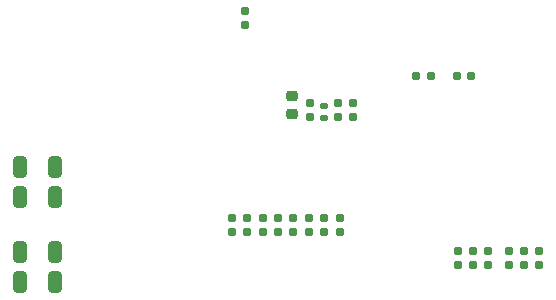
<source format=gbr>
%TF.GenerationSoftware,KiCad,Pcbnew,(6.0.8)*%
%TF.CreationDate,2024-11-24T14:12:11+01:00*%
%TF.ProjectId,WHEEL-07,57484545-4c2d-4303-972e-6b696361645f,rev?*%
%TF.SameCoordinates,Original*%
%TF.FileFunction,Paste,Bot*%
%TF.FilePolarity,Positive*%
%FSLAX46Y46*%
G04 Gerber Fmt 4.6, Leading zero omitted, Abs format (unit mm)*
G04 Created by KiCad (PCBNEW (6.0.8)) date 2024-11-24 14:12:11*
%MOMM*%
%LPD*%
G01*
G04 APERTURE LIST*
G04 Aperture macros list*
%AMRoundRect*
0 Rectangle with rounded corners*
0 $1 Rounding radius*
0 $2 $3 $4 $5 $6 $7 $8 $9 X,Y pos of 4 corners*
0 Add a 4 corners polygon primitive as box body*
4,1,4,$2,$3,$4,$5,$6,$7,$8,$9,$2,$3,0*
0 Add four circle primitives for the rounded corners*
1,1,$1+$1,$2,$3*
1,1,$1+$1,$4,$5*
1,1,$1+$1,$6,$7*
1,1,$1+$1,$8,$9*
0 Add four rect primitives between the rounded corners*
20,1,$1+$1,$2,$3,$4,$5,0*
20,1,$1+$1,$4,$5,$6,$7,0*
20,1,$1+$1,$6,$7,$8,$9,0*
20,1,$1+$1,$8,$9,$2,$3,0*%
G04 Aperture macros list end*
%ADD10RoundRect,0.225000X-0.250000X0.225000X-0.250000X-0.225000X0.250000X-0.225000X0.250000X0.225000X0*%
%ADD11RoundRect,0.155000X-0.155000X0.212500X-0.155000X-0.212500X0.155000X-0.212500X0.155000X0.212500X0*%
%ADD12RoundRect,0.155000X0.155000X-0.212500X0.155000X0.212500X-0.155000X0.212500X-0.155000X-0.212500X0*%
%ADD13RoundRect,0.250000X0.325000X0.650000X-0.325000X0.650000X-0.325000X-0.650000X0.325000X-0.650000X0*%
%ADD14RoundRect,0.160000X0.197500X0.160000X-0.197500X0.160000X-0.197500X-0.160000X0.197500X-0.160000X0*%
%ADD15RoundRect,0.160000X-0.160000X0.197500X-0.160000X-0.197500X0.160000X-0.197500X0.160000X0.197500X0*%
%ADD16RoundRect,0.160000X-0.197500X-0.160000X0.197500X-0.160000X0.197500X0.160000X-0.197500X0.160000X0*%
%ADD17RoundRect,0.160000X0.160000X-0.197500X0.160000X0.197500X-0.160000X0.197500X-0.160000X-0.197500X0*%
%ADD18RoundRect,0.147500X-0.172500X0.147500X-0.172500X-0.147500X0.172500X-0.147500X0.172500X0.147500X0*%
G04 APERTURE END LIST*
D10*
%TO.C,C33*%
X174650400Y-67842800D03*
X174650400Y-69392800D03*
%TD*%
D11*
%TO.C,C23*%
X188722000Y-80966500D03*
X188722000Y-82101500D03*
%TD*%
D12*
%TO.C,C27*%
X172219256Y-79307500D03*
X172219256Y-78172500D03*
%TD*%
D13*
%TO.C,C12*%
X154635000Y-73830000D03*
X151685000Y-73830000D03*
%TD*%
%TO.C,C10*%
X154635000Y-83600000D03*
X151685000Y-83600000D03*
%TD*%
D14*
%TO.C,R2*%
X189878300Y-66141600D03*
X188683300Y-66141600D03*
%TD*%
D12*
%TO.C,C32*%
X173518284Y-79307500D03*
X173518284Y-78172500D03*
%TD*%
%TO.C,C8*%
X178612800Y-69587300D03*
X178612800Y-68452300D03*
%TD*%
D15*
%TO.C,R13*%
X195580000Y-80936500D03*
X195580000Y-82131500D03*
%TD*%
D12*
%TO.C,C30*%
X177415368Y-79307500D03*
X177415368Y-78172500D03*
%TD*%
D13*
%TO.C,C15*%
X154615000Y-81030000D03*
X151665000Y-81030000D03*
%TD*%
D15*
%TO.C,R15*%
X194310000Y-80936500D03*
X194310000Y-82131500D03*
%TD*%
D16*
%TO.C,R3*%
X185228900Y-66141600D03*
X186423900Y-66141600D03*
%TD*%
D12*
%TO.C,C26*%
X170920228Y-79307500D03*
X170920228Y-78172500D03*
%TD*%
%TO.C,C9*%
X176174400Y-69587300D03*
X176174400Y-68452300D03*
%TD*%
%TO.C,C28*%
X174817312Y-79307500D03*
X174817312Y-78172500D03*
%TD*%
%TO.C,C31*%
X178714400Y-79307500D03*
X178714400Y-78172500D03*
%TD*%
D11*
%TO.C,C7*%
X179832000Y-68461000D03*
X179832000Y-69596000D03*
%TD*%
D15*
%TO.C,R12*%
X191262000Y-80936500D03*
X191262000Y-82131500D03*
%TD*%
D17*
%TO.C,R1*%
X170688000Y-61811500D03*
X170688000Y-60616500D03*
%TD*%
D13*
%TO.C,C11*%
X154635000Y-76380000D03*
X151685000Y-76380000D03*
%TD*%
D11*
%TO.C,C24*%
X193040000Y-80966500D03*
X193040000Y-82101500D03*
%TD*%
D12*
%TO.C,C29*%
X176116340Y-79307500D03*
X176116340Y-78172500D03*
%TD*%
%TO.C,C25*%
X169621200Y-79307500D03*
X169621200Y-78172500D03*
%TD*%
D18*
%TO.C,L1*%
X177393600Y-68704600D03*
X177393600Y-69674600D03*
%TD*%
D15*
%TO.C,R14*%
X189992000Y-80936500D03*
X189992000Y-82131500D03*
%TD*%
M02*

</source>
